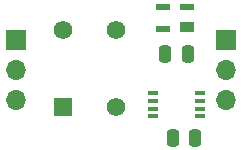
<source format=gts>
%TF.GenerationSoftware,KiCad,Pcbnew,8.0.4*%
%TF.CreationDate,2024-08-23T20:47:12+02:00*%
%TF.ProjectId,Clock Push Button,436c6f63-6b20-4507-9573-682042757474,V1*%
%TF.SameCoordinates,PX6d01460PY32de760*%
%TF.FileFunction,Soldermask,Top*%
%TF.FilePolarity,Negative*%
%FSLAX46Y46*%
G04 Gerber Fmt 4.6, Leading zero omitted, Abs format (unit mm)*
G04 Created by KiCad (PCBNEW 8.0.4) date 2024-08-23 20:47:12*
%MOMM*%
%LPD*%
G01*
G04 APERTURE LIST*
G04 Aperture macros list*
%AMRoundRect*
0 Rectangle with rounded corners*
0 $1 Rounding radius*
0 $2 $3 $4 $5 $6 $7 $8 $9 X,Y pos of 4 corners*
0 Add a 4 corners polygon primitive as box body*
4,1,4,$2,$3,$4,$5,$6,$7,$8,$9,$2,$3,0*
0 Add four circle primitives for the rounded corners*
1,1,$1+$1,$2,$3*
1,1,$1+$1,$4,$5*
1,1,$1+$1,$6,$7*
1,1,$1+$1,$8,$9*
0 Add four rect primitives between the rounded corners*
20,1,$1+$1,$2,$3,$4,$5,0*
20,1,$1+$1,$4,$5,$6,$7,0*
20,1,$1+$1,$6,$7,$8,$9,0*
20,1,$1+$1,$8,$9,$2,$3,0*%
G04 Aperture macros list end*
%ADD10R,1.310000X0.940000*%
%ADD11R,1.310000X0.550000*%
%ADD12R,1.575000X1.575000*%
%ADD13C,1.575000*%
%ADD14R,0.950000X0.450000*%
%ADD15RoundRect,0.250000X-0.250000X-0.475000X0.250000X-0.475000X0.250000X0.475000X-0.250000X0.475000X0*%
%ADD16R,1.700000X1.700000*%
%ADD17O,1.700000X1.700000*%
G04 APERTURE END LIST*
D10*
%TO.C,IC2*%
X14467500Y1140000D03*
D11*
X14467500Y2865000D03*
X12467500Y2865000D03*
X12467500Y945000D03*
%TD*%
D12*
%TO.C,S2*%
X3998400Y-5637600D03*
D13*
X3998400Y862400D03*
X8498400Y-5637600D03*
X8498400Y862400D03*
%TD*%
D14*
%TO.C,IC3*%
X15564000Y-6436000D03*
X15564000Y-5786000D03*
X15564000Y-5136000D03*
X15564000Y-4486000D03*
X11614000Y-4486000D03*
X11614000Y-5136000D03*
X11614000Y-5786000D03*
X11614000Y-6436000D03*
%TD*%
D15*
%TO.C,C2*%
X12653365Y-1143000D03*
X14553365Y-1143000D03*
%TD*%
%TO.C,C1*%
X13290000Y-8255000D03*
X15190000Y-8255000D03*
%TD*%
D16*
%TO.C,J1*%
X0Y0D03*
D17*
X0Y-2540000D03*
X0Y-5080000D03*
%TD*%
D16*
%TO.C,J2*%
X17780000Y0D03*
D17*
X17780000Y-2540000D03*
X17780000Y-5080000D03*
%TD*%
M02*

</source>
